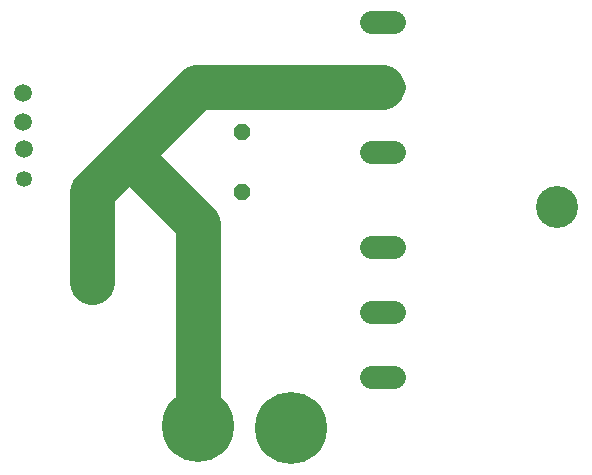
<source format=gbr>
G04 EAGLE Gerber RS-274X export*
G75*
%MOMM*%
%FSLAX34Y34*%
%LPD*%
%INBottom Copper*%
%IPPOS*%
%AMOC8*
5,1,8,0,0,1.08239X$1,22.5*%
G01*
%ADD10P,1.429621X8X292.500000*%
%ADD11C,1.950000*%
%ADD12C,6.096000*%
%ADD13C,2.286000*%
%ADD14C,3.810000*%
%ADD15C,3.556000*%
%ADD16C,1.350000*%
%ADD17C,1.500000*%


D10*
X203200Y292100D03*
X203200Y241300D03*
D11*
X312150Y194700D02*
X331650Y194700D01*
X331650Y139700D02*
X312150Y139700D01*
X312150Y84700D02*
X331650Y84700D01*
X331650Y385200D02*
X312150Y385200D01*
X312150Y330200D02*
X331650Y330200D01*
X331650Y275200D02*
X312150Y275200D01*
D12*
X245110Y41910D03*
D13*
X76200Y165100D03*
D14*
X165100Y330200D02*
X321900Y330200D01*
X165100Y330200D02*
X107950Y273050D01*
X76200Y241300D01*
X76200Y165100D01*
X166370Y214630D02*
X107950Y273050D01*
X166370Y214630D02*
X166370Y43180D01*
D12*
X166370Y43180D03*
D15*
X469900Y228600D03*
D16*
X19050Y252730D03*
D17*
X19022Y278130D03*
X17780Y300990D03*
X17780Y325120D03*
M02*

</source>
